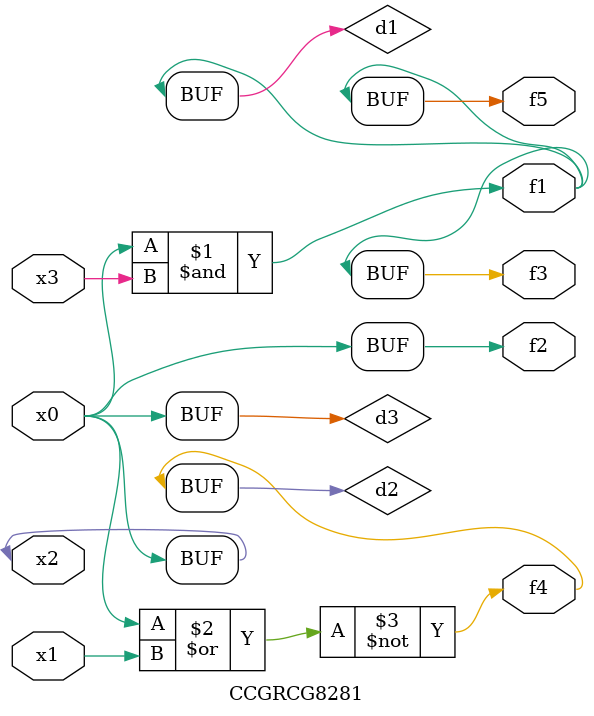
<source format=v>
module CCGRCG8281(
	input x0, x1, x2, x3,
	output f1, f2, f3, f4, f5
);

	wire d1, d2, d3;

	and (d1, x2, x3);
	nor (d2, x0, x1);
	buf (d3, x0, x2);
	assign f1 = d1;
	assign f2 = d3;
	assign f3 = d1;
	assign f4 = d2;
	assign f5 = d1;
endmodule

</source>
